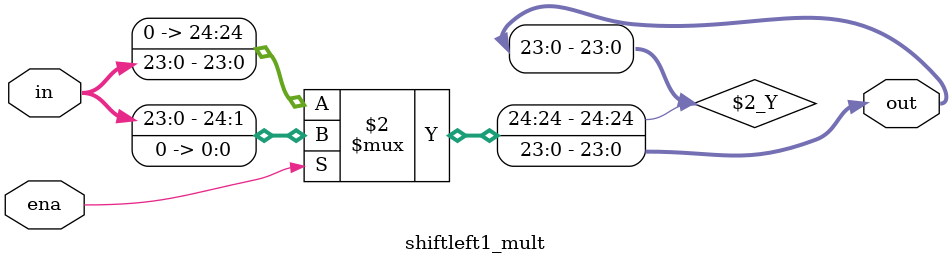
<source format=v>
module shiftleft_mult(in, nshiftleft, out);

input	[23:0]	in;
input	[4:0]	nshiftleft;
output	[23:0]	out;

wire	[23:0]	temp1, temp2, temp3, temp4;

shiftleft16_mult shift_1(.in(in), .ena(nshiftleft[4]), .out(temp1));
shiftleft8_mult  shift_2(.in(temp1), .ena(nshiftleft[3]), .out(temp2));
shiftleft4_mult  shift_3(.in(temp2), .ena(nshiftleft[2]), .out(temp3));
shiftleft2_mult  shift_4(.in(temp3), .ena(nshiftleft[1]), .out(temp4));
shiftleft1_mult  shift_5(.in(temp4), .ena(nshiftleft[0]), .out(out));

endmodule

//////////////////////////////////////////////////////////////////////////

module	shiftleft16_mult(in, ena, out);

input	[23:0]	in;
input			ena;
output	[23:0]	out;

assign out = ena?{in[8:0],16'b0}:in;
endmodule

//////////////////////////////////////////////////////////////////////////

module	shiftleft8_mult(in, ena, out);

input	[23:0]	in;
input			ena;
output	[23:0]	out;

assign out = ena?{in[16:0],8'b0}:in;
endmodule

//////////////////////////////////////////////////////////////////////////

module	shiftleft4_mult(in, ena, out);

input	[23:0]	in;
input			ena;
output	[23:0]	out;

assign out = ena?{in[20:0],4'b0}:in;
endmodule

//////////////////////////////////////////////////////////////////////////

module	shiftleft2_mult(in, ena, out);

input	[23:0]	in;
input			ena;
output	[23:0]	out;

assign out = ena?{in[22:0],2'b0}:in;
endmodule

//////////////////////////////////////////////////////////////////////////

module	shiftleft1_mult(in, ena, out);

input	[23:0]	in;
input			ena;
output	[23:0]	out;

assign out = ena?{in[23:0],1'b0}:in;
endmodule
</source>
